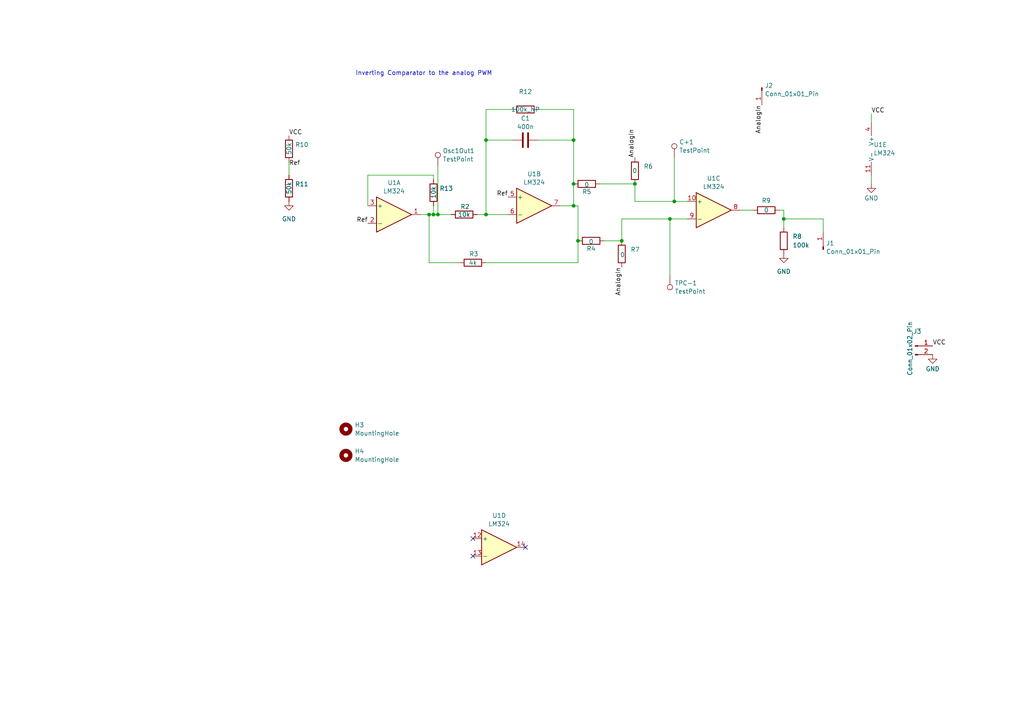
<source format=kicad_sch>
(kicad_sch
	(version 20231120)
	(generator "eeschema")
	(generator_version "8.0")
	(uuid "ca3f4581-2760-476b-ae38-fbfd5da505cf")
	(paper "A4")
	(lib_symbols
		(symbol "Amplifier_Operational:LM324"
			(pin_names
				(offset 0.127)
			)
			(exclude_from_sim no)
			(in_bom yes)
			(on_board yes)
			(property "Reference" "U"
				(at 0 5.08 0)
				(effects
					(font
						(size 1.27 1.27)
					)
					(justify left)
				)
			)
			(property "Value" "LM324"
				(at 0 -5.08 0)
				(effects
					(font
						(size 1.27 1.27)
					)
					(justify left)
				)
			)
			(property "Footprint" ""
				(at -1.27 2.54 0)
				(effects
					(font
						(size 1.27 1.27)
					)
					(hide yes)
				)
			)
			(property "Datasheet" "http://www.ti.com/lit/ds/symlink/lm2902-n.pdf"
				(at 1.27 5.08 0)
				(effects
					(font
						(size 1.27 1.27)
					)
					(hide yes)
				)
			)
			(property "Description" "Low-Power, Quad-Operational Amplifiers, DIP-14/SOIC-14/SSOP-14"
				(at 0 0 0)
				(effects
					(font
						(size 1.27 1.27)
					)
					(hide yes)
				)
			)
			(property "ki_locked" ""
				(at 0 0 0)
				(effects
					(font
						(size 1.27 1.27)
					)
				)
			)
			(property "ki_keywords" "quad opamp"
				(at 0 0 0)
				(effects
					(font
						(size 1.27 1.27)
					)
					(hide yes)
				)
			)
			(property "ki_fp_filters" "SOIC*3.9x8.7mm*P1.27mm* DIP*W7.62mm* TSSOP*4.4x5mm*P0.65mm* SSOP*5.3x6.2mm*P0.65mm* MSOP*3x3mm*P0.5mm*"
				(at 0 0 0)
				(effects
					(font
						(size 1.27 1.27)
					)
					(hide yes)
				)
			)
			(symbol "LM324_1_1"
				(polyline
					(pts
						(xy -5.08 5.08) (xy 5.08 0) (xy -5.08 -5.08) (xy -5.08 5.08)
					)
					(stroke
						(width 0.254)
						(type default)
					)
					(fill
						(type background)
					)
				)
				(pin output line
					(at 7.62 0 180)
					(length 2.54)
					(name "~"
						(effects
							(font
								(size 1.27 1.27)
							)
						)
					)
					(number "1"
						(effects
							(font
								(size 1.27 1.27)
							)
						)
					)
				)
				(pin input line
					(at -7.62 -2.54 0)
					(length 2.54)
					(name "-"
						(effects
							(font
								(size 1.27 1.27)
							)
						)
					)
					(number "2"
						(effects
							(font
								(size 1.27 1.27)
							)
						)
					)
				)
				(pin input line
					(at -7.62 2.54 0)
					(length 2.54)
					(name "+"
						(effects
							(font
								(size 1.27 1.27)
							)
						)
					)
					(number "3"
						(effects
							(font
								(size 1.27 1.27)
							)
						)
					)
				)
			)
			(symbol "LM324_2_1"
				(polyline
					(pts
						(xy -5.08 5.08) (xy 5.08 0) (xy -5.08 -5.08) (xy -5.08 5.08)
					)
					(stroke
						(width 0.254)
						(type default)
					)
					(fill
						(type background)
					)
				)
				(pin input line
					(at -7.62 2.54 0)
					(length 2.54)
					(name "+"
						(effects
							(font
								(size 1.27 1.27)
							)
						)
					)
					(number "5"
						(effects
							(font
								(size 1.27 1.27)
							)
						)
					)
				)
				(pin input line
					(at -7.62 -2.54 0)
					(length 2.54)
					(name "-"
						(effects
							(font
								(size 1.27 1.27)
							)
						)
					)
					(number "6"
						(effects
							(font
								(size 1.27 1.27)
							)
						)
					)
				)
				(pin output line
					(at 7.62 0 180)
					(length 2.54)
					(name "~"
						(effects
							(font
								(size 1.27 1.27)
							)
						)
					)
					(number "7"
						(effects
							(font
								(size 1.27 1.27)
							)
						)
					)
				)
			)
			(symbol "LM324_3_1"
				(polyline
					(pts
						(xy -5.08 5.08) (xy 5.08 0) (xy -5.08 -5.08) (xy -5.08 5.08)
					)
					(stroke
						(width 0.254)
						(type default)
					)
					(fill
						(type background)
					)
				)
				(pin input line
					(at -7.62 2.54 0)
					(length 2.54)
					(name "+"
						(effects
							(font
								(size 1.27 1.27)
							)
						)
					)
					(number "10"
						(effects
							(font
								(size 1.27 1.27)
							)
						)
					)
				)
				(pin output line
					(at 7.62 0 180)
					(length 2.54)
					(name "~"
						(effects
							(font
								(size 1.27 1.27)
							)
						)
					)
					(number "8"
						(effects
							(font
								(size 1.27 1.27)
							)
						)
					)
				)
				(pin input line
					(at -7.62 -2.54 0)
					(length 2.54)
					(name "-"
						(effects
							(font
								(size 1.27 1.27)
							)
						)
					)
					(number "9"
						(effects
							(font
								(size 1.27 1.27)
							)
						)
					)
				)
			)
			(symbol "LM324_4_1"
				(polyline
					(pts
						(xy -5.08 5.08) (xy 5.08 0) (xy -5.08 -5.08) (xy -5.08 5.08)
					)
					(stroke
						(width 0.254)
						(type default)
					)
					(fill
						(type background)
					)
				)
				(pin input line
					(at -7.62 2.54 0)
					(length 2.54)
					(name "+"
						(effects
							(font
								(size 1.27 1.27)
							)
						)
					)
					(number "12"
						(effects
							(font
								(size 1.27 1.27)
							)
						)
					)
				)
				(pin input line
					(at -7.62 -2.54 0)
					(length 2.54)
					(name "-"
						(effects
							(font
								(size 1.27 1.27)
							)
						)
					)
					(number "13"
						(effects
							(font
								(size 1.27 1.27)
							)
						)
					)
				)
				(pin output line
					(at 7.62 0 180)
					(length 2.54)
					(name "~"
						(effects
							(font
								(size 1.27 1.27)
							)
						)
					)
					(number "14"
						(effects
							(font
								(size 1.27 1.27)
							)
						)
					)
				)
			)
			(symbol "LM324_5_1"
				(pin power_in line
					(at -2.54 -7.62 90)
					(length 3.81)
					(name "V-"
						(effects
							(font
								(size 1.27 1.27)
							)
						)
					)
					(number "11"
						(effects
							(font
								(size 1.27 1.27)
							)
						)
					)
				)
				(pin power_in line
					(at -2.54 7.62 270)
					(length 3.81)
					(name "V+"
						(effects
							(font
								(size 1.27 1.27)
							)
						)
					)
					(number "4"
						(effects
							(font
								(size 1.27 1.27)
							)
						)
					)
				)
			)
		)
		(symbol "Connector:Conn_01x01_Pin"
			(pin_names
				(offset 1.016) hide)
			(exclude_from_sim no)
			(in_bom yes)
			(on_board yes)
			(property "Reference" "J"
				(at 0 2.54 0)
				(effects
					(font
						(size 1.27 1.27)
					)
				)
			)
			(property "Value" "Conn_01x01_Pin"
				(at 0 -2.54 0)
				(effects
					(font
						(size 1.27 1.27)
					)
				)
			)
			(property "Footprint" ""
				(at 0 0 0)
				(effects
					(font
						(size 1.27 1.27)
					)
					(hide yes)
				)
			)
			(property "Datasheet" "~"
				(at 0 0 0)
				(effects
					(font
						(size 1.27 1.27)
					)
					(hide yes)
				)
			)
			(property "Description" "Generic connector, single row, 01x01, script generated"
				(at 0 0 0)
				(effects
					(font
						(size 1.27 1.27)
					)
					(hide yes)
				)
			)
			(property "ki_locked" ""
				(at 0 0 0)
				(effects
					(font
						(size 1.27 1.27)
					)
				)
			)
			(property "ki_keywords" "connector"
				(at 0 0 0)
				(effects
					(font
						(size 1.27 1.27)
					)
					(hide yes)
				)
			)
			(property "ki_fp_filters" "Connector*:*_1x??_*"
				(at 0 0 0)
				(effects
					(font
						(size 1.27 1.27)
					)
					(hide yes)
				)
			)
			(symbol "Conn_01x01_Pin_1_1"
				(polyline
					(pts
						(xy 1.27 0) (xy 0.8636 0)
					)
					(stroke
						(width 0.1524)
						(type default)
					)
					(fill
						(type none)
					)
				)
				(rectangle
					(start 0.8636 0.127)
					(end 0 -0.127)
					(stroke
						(width 0.1524)
						(type default)
					)
					(fill
						(type outline)
					)
				)
				(pin passive line
					(at 5.08 0 180)
					(length 3.81)
					(name "Pin_1"
						(effects
							(font
								(size 1.27 1.27)
							)
						)
					)
					(number "1"
						(effects
							(font
								(size 1.27 1.27)
							)
						)
					)
				)
			)
		)
		(symbol "Connector:Conn_01x02_Pin"
			(pin_names
				(offset 1.016) hide)
			(exclude_from_sim no)
			(in_bom yes)
			(on_board yes)
			(property "Reference" "J"
				(at 0 2.54 0)
				(effects
					(font
						(size 1.27 1.27)
					)
				)
			)
			(property "Value" "Conn_01x02_Pin"
				(at 0 -5.08 0)
				(effects
					(font
						(size 1.27 1.27)
					)
				)
			)
			(property "Footprint" ""
				(at 0 0 0)
				(effects
					(font
						(size 1.27 1.27)
					)
					(hide yes)
				)
			)
			(property "Datasheet" "~"
				(at 0 0 0)
				(effects
					(font
						(size 1.27 1.27)
					)
					(hide yes)
				)
			)
			(property "Description" "Generic connector, single row, 01x02, script generated"
				(at 0 0 0)
				(effects
					(font
						(size 1.27 1.27)
					)
					(hide yes)
				)
			)
			(property "ki_locked" ""
				(at 0 0 0)
				(effects
					(font
						(size 1.27 1.27)
					)
				)
			)
			(property "ki_keywords" "connector"
				(at 0 0 0)
				(effects
					(font
						(size 1.27 1.27)
					)
					(hide yes)
				)
			)
			(property "ki_fp_filters" "Connector*:*_1x??_*"
				(at 0 0 0)
				(effects
					(font
						(size 1.27 1.27)
					)
					(hide yes)
				)
			)
			(symbol "Conn_01x02_Pin_1_1"
				(polyline
					(pts
						(xy 1.27 -2.54) (xy 0.8636 -2.54)
					)
					(stroke
						(width 0.1524)
						(type default)
					)
					(fill
						(type none)
					)
				)
				(polyline
					(pts
						(xy 1.27 0) (xy 0.8636 0)
					)
					(stroke
						(width 0.1524)
						(type default)
					)
					(fill
						(type none)
					)
				)
				(rectangle
					(start 0.8636 -2.413)
					(end 0 -2.667)
					(stroke
						(width 0.1524)
						(type default)
					)
					(fill
						(type outline)
					)
				)
				(rectangle
					(start 0.8636 0.127)
					(end 0 -0.127)
					(stroke
						(width 0.1524)
						(type default)
					)
					(fill
						(type outline)
					)
				)
				(pin passive line
					(at 5.08 0 180)
					(length 3.81)
					(name "Pin_1"
						(effects
							(font
								(size 1.27 1.27)
							)
						)
					)
					(number "1"
						(effects
							(font
								(size 1.27 1.27)
							)
						)
					)
				)
				(pin passive line
					(at 5.08 -2.54 180)
					(length 3.81)
					(name "Pin_2"
						(effects
							(font
								(size 1.27 1.27)
							)
						)
					)
					(number "2"
						(effects
							(font
								(size 1.27 1.27)
							)
						)
					)
				)
			)
		)
		(symbol "Connector:TestPoint"
			(pin_numbers hide)
			(pin_names
				(offset 0.762) hide)
			(exclude_from_sim no)
			(in_bom yes)
			(on_board yes)
			(property "Reference" "TP"
				(at 0 6.858 0)
				(effects
					(font
						(size 1.27 1.27)
					)
				)
			)
			(property "Value" "TestPoint"
				(at 0 5.08 0)
				(effects
					(font
						(size 1.27 1.27)
					)
				)
			)
			(property "Footprint" ""
				(at 5.08 0 0)
				(effects
					(font
						(size 1.27 1.27)
					)
					(hide yes)
				)
			)
			(property "Datasheet" "~"
				(at 5.08 0 0)
				(effects
					(font
						(size 1.27 1.27)
					)
					(hide yes)
				)
			)
			(property "Description" "test point"
				(at 0 0 0)
				(effects
					(font
						(size 1.27 1.27)
					)
					(hide yes)
				)
			)
			(property "ki_keywords" "test point tp"
				(at 0 0 0)
				(effects
					(font
						(size 1.27 1.27)
					)
					(hide yes)
				)
			)
			(property "ki_fp_filters" "Pin* Test*"
				(at 0 0 0)
				(effects
					(font
						(size 1.27 1.27)
					)
					(hide yes)
				)
			)
			(symbol "TestPoint_0_1"
				(circle
					(center 0 3.302)
					(radius 0.762)
					(stroke
						(width 0)
						(type default)
					)
					(fill
						(type none)
					)
				)
			)
			(symbol "TestPoint_1_1"
				(pin passive line
					(at 0 0 90)
					(length 2.54)
					(name "1"
						(effects
							(font
								(size 1.27 1.27)
							)
						)
					)
					(number "1"
						(effects
							(font
								(size 1.27 1.27)
							)
						)
					)
				)
			)
		)
		(symbol "Device:C"
			(pin_numbers hide)
			(pin_names
				(offset 0.254)
			)
			(exclude_from_sim no)
			(in_bom yes)
			(on_board yes)
			(property "Reference" "C"
				(at 0.635 2.54 0)
				(effects
					(font
						(size 1.27 1.27)
					)
					(justify left)
				)
			)
			(property "Value" "C"
				(at 0.635 -2.54 0)
				(effects
					(font
						(size 1.27 1.27)
					)
					(justify left)
				)
			)
			(property "Footprint" ""
				(at 0.9652 -3.81 0)
				(effects
					(font
						(size 1.27 1.27)
					)
					(hide yes)
				)
			)
			(property "Datasheet" "~"
				(at 0 0 0)
				(effects
					(font
						(size 1.27 1.27)
					)
					(hide yes)
				)
			)
			(property "Description" "Unpolarized capacitor"
				(at 0 0 0)
				(effects
					(font
						(size 1.27 1.27)
					)
					(hide yes)
				)
			)
			(property "ki_keywords" "cap capacitor"
				(at 0 0 0)
				(effects
					(font
						(size 1.27 1.27)
					)
					(hide yes)
				)
			)
			(property "ki_fp_filters" "C_*"
				(at 0 0 0)
				(effects
					(font
						(size 1.27 1.27)
					)
					(hide yes)
				)
			)
			(symbol "C_0_1"
				(polyline
					(pts
						(xy -2.032 -0.762) (xy 2.032 -0.762)
					)
					(stroke
						(width 0.508)
						(type default)
					)
					(fill
						(type none)
					)
				)
				(polyline
					(pts
						(xy -2.032 0.762) (xy 2.032 0.762)
					)
					(stroke
						(width 0.508)
						(type default)
					)
					(fill
						(type none)
					)
				)
			)
			(symbol "C_1_1"
				(pin passive line
					(at 0 3.81 270)
					(length 2.794)
					(name "~"
						(effects
							(font
								(size 1.27 1.27)
							)
						)
					)
					(number "1"
						(effects
							(font
								(size 1.27 1.27)
							)
						)
					)
				)
				(pin passive line
					(at 0 -3.81 90)
					(length 2.794)
					(name "~"
						(effects
							(font
								(size 1.27 1.27)
							)
						)
					)
					(number "2"
						(effects
							(font
								(size 1.27 1.27)
							)
						)
					)
				)
			)
		)
		(symbol "Device:R"
			(pin_numbers hide)
			(pin_names
				(offset 0)
			)
			(exclude_from_sim no)
			(in_bom yes)
			(on_board yes)
			(property "Reference" "R"
				(at 2.032 0 90)
				(effects
					(font
						(size 1.27 1.27)
					)
				)
			)
			(property "Value" "R"
				(at 0 0 90)
				(effects
					(font
						(size 1.27 1.27)
					)
				)
			)
			(property "Footprint" ""
				(at -1.778 0 90)
				(effects
					(font
						(size 1.27 1.27)
					)
					(hide yes)
				)
			)
			(property "Datasheet" "~"
				(at 0 0 0)
				(effects
					(font
						(size 1.27 1.27)
					)
					(hide yes)
				)
			)
			(property "Description" "Resistor"
				(at 0 0 0)
				(effects
					(font
						(size 1.27 1.27)
					)
					(hide yes)
				)
			)
			(property "ki_keywords" "R res resistor"
				(at 0 0 0)
				(effects
					(font
						(size 1.27 1.27)
					)
					(hide yes)
				)
			)
			(property "ki_fp_filters" "R_*"
				(at 0 0 0)
				(effects
					(font
						(size 1.27 1.27)
					)
					(hide yes)
				)
			)
			(symbol "R_0_1"
				(rectangle
					(start -1.016 -2.54)
					(end 1.016 2.54)
					(stroke
						(width 0.254)
						(type default)
					)
					(fill
						(type none)
					)
				)
			)
			(symbol "R_1_1"
				(pin passive line
					(at 0 3.81 270)
					(length 1.27)
					(name "~"
						(effects
							(font
								(size 1.27 1.27)
							)
						)
					)
					(number "1"
						(effects
							(font
								(size 1.27 1.27)
							)
						)
					)
				)
				(pin passive line
					(at 0 -3.81 90)
					(length 1.27)
					(name "~"
						(effects
							(font
								(size 1.27 1.27)
							)
						)
					)
					(number "2"
						(effects
							(font
								(size 1.27 1.27)
							)
						)
					)
				)
			)
		)
		(symbol "Mechanical:MountingHole"
			(pin_names
				(offset 1.016)
			)
			(exclude_from_sim yes)
			(in_bom no)
			(on_board yes)
			(property "Reference" "H"
				(at 0 5.08 0)
				(effects
					(font
						(size 1.27 1.27)
					)
				)
			)
			(property "Value" "MountingHole"
				(at 0 3.175 0)
				(effects
					(font
						(size 1.27 1.27)
					)
				)
			)
			(property "Footprint" ""
				(at 0 0 0)
				(effects
					(font
						(size 1.27 1.27)
					)
					(hide yes)
				)
			)
			(property "Datasheet" "~"
				(at 0 0 0)
				(effects
					(font
						(size 1.27 1.27)
					)
					(hide yes)
				)
			)
			(property "Description" "Mounting Hole without connection"
				(at 0 0 0)
				(effects
					(font
						(size 1.27 1.27)
					)
					(hide yes)
				)
			)
			(property "ki_keywords" "mounting hole"
				(at 0 0 0)
				(effects
					(font
						(size 1.27 1.27)
					)
					(hide yes)
				)
			)
			(property "ki_fp_filters" "MountingHole*"
				(at 0 0 0)
				(effects
					(font
						(size 1.27 1.27)
					)
					(hide yes)
				)
			)
			(symbol "MountingHole_0_1"
				(circle
					(center 0 0)
					(radius 1.27)
					(stroke
						(width 1.27)
						(type default)
					)
					(fill
						(type none)
					)
				)
			)
		)
		(symbol "power:GND"
			(power)
			(pin_numbers hide)
			(pin_names
				(offset 0) hide)
			(exclude_from_sim no)
			(in_bom yes)
			(on_board yes)
			(property "Reference" "#PWR"
				(at 0 -6.35 0)
				(effects
					(font
						(size 1.27 1.27)
					)
					(hide yes)
				)
			)
			(property "Value" "GND"
				(at 0 -3.81 0)
				(effects
					(font
						(size 1.27 1.27)
					)
				)
			)
			(property "Footprint" ""
				(at 0 0 0)
				(effects
					(font
						(size 1.27 1.27)
					)
					(hide yes)
				)
			)
			(property "Datasheet" ""
				(at 0 0 0)
				(effects
					(font
						(size 1.27 1.27)
					)
					(hide yes)
				)
			)
			(property "Description" "Power symbol creates a global label with name \"GND\" , ground"
				(at 0 0 0)
				(effects
					(font
						(size 1.27 1.27)
					)
					(hide yes)
				)
			)
			(property "ki_keywords" "global power"
				(at 0 0 0)
				(effects
					(font
						(size 1.27 1.27)
					)
					(hide yes)
				)
			)
			(symbol "GND_0_1"
				(polyline
					(pts
						(xy 0 0) (xy 0 -1.27) (xy 1.27 -1.27) (xy 0 -2.54) (xy -1.27 -1.27) (xy 0 -1.27)
					)
					(stroke
						(width 0)
						(type default)
					)
					(fill
						(type none)
					)
				)
			)
			(symbol "GND_1_1"
				(pin power_in line
					(at 0 0 270)
					(length 0)
					(name "~"
						(effects
							(font
								(size 1.27 1.27)
							)
						)
					)
					(number "1"
						(effects
							(font
								(size 1.27 1.27)
							)
						)
					)
				)
			)
		)
	)
	(junction
		(at 125.73 62.23)
		(diameter 0)
		(color 0 0 0 0)
		(uuid "0db27556-5c16-4054-ad04-93720a58c187")
	)
	(junction
		(at 140.97 40.64)
		(diameter 0)
		(color 0 0 0 0)
		(uuid "18cc12de-3771-4f0e-be08-a60233e477eb")
	)
	(junction
		(at 194.31 63.5)
		(diameter 0)
		(color 0 0 0 0)
		(uuid "36d5f3be-27e8-440f-af32-792d8c254118")
	)
	(junction
		(at 227.33 63.5)
		(diameter 0)
		(color 0 0 0 0)
		(uuid "39bf759e-14ac-41d1-8b72-a3068e4d1e0c")
	)
	(junction
		(at 127 62.23)
		(diameter 0)
		(color 0 0 0 0)
		(uuid "5724ba61-f743-4210-a7af-d0b4fbb8e590")
	)
	(junction
		(at 166.37 53.34)
		(diameter 0)
		(color 0 0 0 0)
		(uuid "614f1fd4-45a9-4c0d-b4fd-e8e7d3b0e591")
	)
	(junction
		(at 124.46 62.23)
		(diameter 0)
		(color 0 0 0 0)
		(uuid "6682e064-19e2-457c-b869-dfa76eaaa97a")
	)
	(junction
		(at 166.37 59.69)
		(diameter 0)
		(color 0 0 0 0)
		(uuid "8754912d-2f95-4db6-b42d-be0d6db31d4c")
	)
	(junction
		(at 167.64 69.85)
		(diameter 0)
		(color 0 0 0 0)
		(uuid "8a244610-857d-4395-bb48-9174860572ae")
	)
	(junction
		(at 140.97 62.23)
		(diameter 0)
		(color 0 0 0 0)
		(uuid "9ec9dd25-f2c4-4eff-8e3f-9178607f55fc")
	)
	(junction
		(at 195.58 58.42)
		(diameter 0)
		(color 0 0 0 0)
		(uuid "bc8fd089-24bd-4bd9-9b54-1b4b309ce1d2")
	)
	(junction
		(at 166.37 40.64)
		(diameter 0)
		(color 0 0 0 0)
		(uuid "bffd9477-b6d8-40c7-8b9c-85015e14c96f")
	)
	(junction
		(at 184.15 53.34)
		(diameter 0)
		(color 0 0 0 0)
		(uuid "e73c9997-79d9-40ee-8c94-5d6cc1f1da33")
	)
	(junction
		(at 180.34 69.85)
		(diameter 0)
		(color 0 0 0 0)
		(uuid "ef79f28e-6775-43a0-9f90-bc39bff637a9")
	)
	(no_connect
		(at 137.16 161.29)
		(uuid "7857ef4c-8b33-46c5-8d0d-de08286953bb")
	)
	(no_connect
		(at 152.4 158.75)
		(uuid "82d21f32-1ea8-4243-a15f-f523c3355a46")
	)
	(no_connect
		(at 137.16 156.21)
		(uuid "8ab0b82f-8fce-48fa-bacb-2403762c9d50")
	)
	(wire
		(pts
			(xy 167.64 69.85) (xy 167.64 59.69)
		)
		(stroke
			(width 0)
			(type default)
		)
		(uuid "09b843e6-b096-4f96-996b-9748a8953b25")
	)
	(wire
		(pts
			(xy 167.64 59.69) (xy 166.37 59.69)
		)
		(stroke
			(width 0)
			(type default)
		)
		(uuid "0bf326fe-8926-41f1-a603-8c388538138c")
	)
	(wire
		(pts
			(xy 140.97 40.64) (xy 148.59 40.64)
		)
		(stroke
			(width 0)
			(type default)
		)
		(uuid "11d81ec3-72c0-4628-9aeb-3915ec8de1af")
	)
	(wire
		(pts
			(xy 180.34 69.85) (xy 180.34 63.5)
		)
		(stroke
			(width 0)
			(type default)
		)
		(uuid "13824bd5-6047-44d0-9abc-4edd171ad52a")
	)
	(wire
		(pts
			(xy 166.37 53.34) (xy 166.37 59.69)
		)
		(stroke
			(width 0)
			(type default)
		)
		(uuid "139d65a0-1b77-4961-9f09-1ad18836264f")
	)
	(wire
		(pts
			(xy 227.33 63.5) (xy 238.76 63.5)
		)
		(stroke
			(width 0)
			(type default)
		)
		(uuid "165f8505-6be4-46d7-887c-869aa13367a8")
	)
	(wire
		(pts
			(xy 167.64 76.2) (xy 167.64 69.85)
		)
		(stroke
			(width 0)
			(type default)
		)
		(uuid "2526acf3-b189-49b4-b6d5-510fa5480094")
	)
	(wire
		(pts
			(xy 106.68 50.8) (xy 125.73 50.8)
		)
		(stroke
			(width 0)
			(type default)
		)
		(uuid "29faefec-0394-4a61-b8a2-1915ceb3b5a2")
	)
	(wire
		(pts
			(xy 127 48.26) (xy 127 62.23)
		)
		(stroke
			(width 0)
			(type default)
		)
		(uuid "2a614168-d0a9-4cad-8167-f1ede648d664")
	)
	(wire
		(pts
			(xy 173.99 53.34) (xy 184.15 53.34)
		)
		(stroke
			(width 0)
			(type default)
		)
		(uuid "2c47ed89-4ea1-42f8-ab9f-15b922e4cfc7")
	)
	(wire
		(pts
			(xy 125.73 62.23) (xy 127 62.23)
		)
		(stroke
			(width 0)
			(type default)
		)
		(uuid "35acd044-77c1-4dac-8b55-0915414dcc0a")
	)
	(wire
		(pts
			(xy 138.43 62.23) (xy 140.97 62.23)
		)
		(stroke
			(width 0)
			(type default)
		)
		(uuid "37c8d33d-fb7b-451e-92b9-c9372c65934a")
	)
	(wire
		(pts
			(xy 140.97 31.75) (xy 140.97 40.64)
		)
		(stroke
			(width 0)
			(type default)
		)
		(uuid "3f94798c-8e20-49a0-a9a5-301c535c6514")
	)
	(wire
		(pts
			(xy 124.46 62.23) (xy 124.46 76.2)
		)
		(stroke
			(width 0)
			(type default)
		)
		(uuid "45e61d8b-1a04-4ada-87a5-161cfba7ca24")
	)
	(wire
		(pts
			(xy 252.73 53.34) (xy 252.73 50.8)
		)
		(stroke
			(width 0)
			(type default)
		)
		(uuid "4a176f2c-710b-4439-8878-c390818a5540")
	)
	(wire
		(pts
			(xy 148.59 31.75) (xy 140.97 31.75)
		)
		(stroke
			(width 0)
			(type default)
		)
		(uuid "50058bec-2662-4f94-986a-8a181c2d6324")
	)
	(wire
		(pts
			(xy 227.33 60.96) (xy 227.33 63.5)
		)
		(stroke
			(width 0)
			(type default)
		)
		(uuid "593d9c5a-327d-421d-94eb-1a2bcb77c4ad")
	)
	(wire
		(pts
			(xy 194.31 63.5) (xy 194.31 80.01)
		)
		(stroke
			(width 0)
			(type default)
		)
		(uuid "5cb4c498-67cc-43d4-8ee3-9b998639ac21")
	)
	(wire
		(pts
			(xy 156.21 31.75) (xy 166.37 31.75)
		)
		(stroke
			(width 0)
			(type default)
		)
		(uuid "5d3c6ea9-fc36-44f3-a430-0cc01ee84bb1")
	)
	(wire
		(pts
			(xy 194.31 63.5) (xy 199.39 63.5)
		)
		(stroke
			(width 0)
			(type default)
		)
		(uuid "5fadd854-ee46-478d-9544-5909f15bfde6")
	)
	(wire
		(pts
			(xy 121.92 62.23) (xy 124.46 62.23)
		)
		(stroke
			(width 0)
			(type default)
		)
		(uuid "620dca51-8c32-421a-86a2-152b032e1c7d")
	)
	(wire
		(pts
			(xy 140.97 76.2) (xy 167.64 76.2)
		)
		(stroke
			(width 0)
			(type default)
		)
		(uuid "6dbe8e2b-63bb-4cae-8b0f-26432dffb269")
	)
	(wire
		(pts
			(xy 124.46 76.2) (xy 133.35 76.2)
		)
		(stroke
			(width 0)
			(type default)
		)
		(uuid "7305fff6-28d3-4735-af0e-9386de79e3d6")
	)
	(wire
		(pts
			(xy 125.73 59.69) (xy 125.73 62.23)
		)
		(stroke
			(width 0)
			(type default)
		)
		(uuid "7513e095-29fe-4544-9981-7eee89b53856")
	)
	(wire
		(pts
			(xy 166.37 31.75) (xy 166.37 40.64)
		)
		(stroke
			(width 0)
			(type default)
		)
		(uuid "7dcd2812-4a85-40b0-b57e-2ffd75ea754d")
	)
	(wire
		(pts
			(xy 166.37 59.69) (xy 162.56 59.69)
		)
		(stroke
			(width 0)
			(type default)
		)
		(uuid "8cf6793e-bf83-4311-b8dc-85788c7427ad")
	)
	(wire
		(pts
			(xy 238.76 63.5) (xy 238.76 67.31)
		)
		(stroke
			(width 0)
			(type default)
		)
		(uuid "8fc7b989-87d8-4840-8c8a-3e1eaa6abbd5")
	)
	(wire
		(pts
			(xy 227.33 63.5) (xy 227.33 66.04)
		)
		(stroke
			(width 0)
			(type default)
		)
		(uuid "927e57e1-a0eb-4281-8fdf-1377ccf98815")
	)
	(wire
		(pts
			(xy 180.34 63.5) (xy 194.31 63.5)
		)
		(stroke
			(width 0)
			(type default)
		)
		(uuid "93476250-a7c9-4bf6-a957-8fbb4acdbb0b")
	)
	(wire
		(pts
			(xy 166.37 40.64) (xy 166.37 53.34)
		)
		(stroke
			(width 0)
			(type default)
		)
		(uuid "93e147e0-00d5-4d97-aee1-fac22776e297")
	)
	(wire
		(pts
			(xy 106.68 59.69) (xy 106.68 50.8)
		)
		(stroke
			(width 0)
			(type default)
		)
		(uuid "96a597e2-855c-4078-a5c7-bb79074aed52")
	)
	(wire
		(pts
			(xy 124.46 62.23) (xy 125.73 62.23)
		)
		(stroke
			(width 0)
			(type default)
		)
		(uuid "ae41f733-a567-4f93-94ab-215834d95c0c")
	)
	(wire
		(pts
			(xy 125.73 50.8) (xy 125.73 52.07)
		)
		(stroke
			(width 0)
			(type default)
		)
		(uuid "afb92a68-df22-45fd-a15b-af841685fb4f")
	)
	(wire
		(pts
			(xy 127 62.23) (xy 130.81 62.23)
		)
		(stroke
			(width 0)
			(type default)
		)
		(uuid "b520125f-c9dc-434a-8c35-2bacb735cb2e")
	)
	(wire
		(pts
			(xy 184.15 58.42) (xy 195.58 58.42)
		)
		(stroke
			(width 0)
			(type default)
		)
		(uuid "b98a1b6a-0815-442b-92f2-232bd346c1d0")
	)
	(wire
		(pts
			(xy 184.15 53.34) (xy 184.15 58.42)
		)
		(stroke
			(width 0)
			(type default)
		)
		(uuid "c1adf011-ffce-44b4-9eaa-bbe395af838f")
	)
	(wire
		(pts
			(xy 252.73 33.02) (xy 252.73 35.56)
		)
		(stroke
			(width 0)
			(type default)
		)
		(uuid "d7ef8253-2f80-4191-ae6d-621cefa5aa4d")
	)
	(wire
		(pts
			(xy 140.97 40.64) (xy 140.97 62.23)
		)
		(stroke
			(width 0)
			(type default)
		)
		(uuid "d893856a-60a9-4b4d-8c97-50979db82c3e")
	)
	(wire
		(pts
			(xy 156.21 40.64) (xy 166.37 40.64)
		)
		(stroke
			(width 0)
			(type default)
		)
		(uuid "e214d87a-a820-4256-a729-3732bfc7b13f")
	)
	(wire
		(pts
			(xy 195.58 58.42) (xy 199.39 58.42)
		)
		(stroke
			(width 0)
			(type default)
		)
		(uuid "e3a7c5a1-1370-4340-be03-e51f8fa1204d")
	)
	(wire
		(pts
			(xy 214.63 60.96) (xy 218.44 60.96)
		)
		(stroke
			(width 0)
			(type default)
		)
		(uuid "e6a1945e-b553-4bf5-9bef-12a22dd7a26c")
	)
	(wire
		(pts
			(xy 226.06 60.96) (xy 227.33 60.96)
		)
		(stroke
			(width 0)
			(type default)
		)
		(uuid "f0f79d0a-19b4-4ff1-99de-cd365a502324")
	)
	(wire
		(pts
			(xy 140.97 62.23) (xy 147.32 62.23)
		)
		(stroke
			(width 0)
			(type default)
		)
		(uuid "f43bdf19-d9f4-4496-b9c0-481c6abe04f4")
	)
	(wire
		(pts
			(xy 83.82 46.99) (xy 83.82 50.8)
		)
		(stroke
			(width 0)
			(type default)
		)
		(uuid "f500c540-451b-4486-a592-68ad2fefcfda")
	)
	(wire
		(pts
			(xy 175.26 69.85) (xy 180.34 69.85)
		)
		(stroke
			(width 0)
			(type default)
		)
		(uuid "f7db6697-ff95-4cd1-86fd-7a26737861b1")
	)
	(wire
		(pts
			(xy 195.58 45.72) (xy 195.58 58.42)
		)
		(stroke
			(width 0)
			(type default)
		)
		(uuid "fa172df7-d038-489e-8342-acb74816c11b")
	)
	(text "Inverting Comparator to the analog PWM"
		(exclude_from_sim no)
		(at 122.936 21.336 0)
		(effects
			(font
				(size 1.27 1.27)
			)
		)
		(uuid "179ab7ac-a29a-4d80-9b8d-b50e8cf84620")
	)
	(label "Ref"
		(at 147.32 57.15 180)
		(fields_autoplaced yes)
		(effects
			(font
				(size 1.27 1.27)
			)
			(justify right bottom)
		)
		(uuid "08713c15-82b6-4ca8-80f9-04b1b4a25331")
	)
	(label "Ref"
		(at 83.82 48.26 0)
		(fields_autoplaced yes)
		(effects
			(font
				(size 1.27 1.27)
			)
			(justify left bottom)
		)
		(uuid "14bea292-15c4-4ac8-afb8-03974d416653")
	)
	(label "AnalogIn"
		(at 220.98 30.48 270)
		(fields_autoplaced yes)
		(effects
			(font
				(size 1.27 1.27)
			)
			(justify right bottom)
		)
		(uuid "15017068-13e3-4831-a507-5e44df14ecb2")
	)
	(label "AnalogIn"
		(at 180.34 77.47 270)
		(fields_autoplaced yes)
		(effects
			(font
				(size 1.27 1.27)
			)
			(justify right bottom)
		)
		(uuid "3b1a5f2b-05f4-452a-bdff-fbd30b7d8f7e")
	)
	(label "VCC"
		(at 83.82 39.37 0)
		(fields_autoplaced yes)
		(effects
			(font
				(size 1.27 1.27)
			)
			(justify left bottom)
		)
		(uuid "884c1ab3-fad8-40f8-b861-ea0260aa1476")
	)
	(label "VCC"
		(at 270.51 100.33 0)
		(fields_autoplaced yes)
		(effects
			(font
				(size 1.27 1.27)
			)
			(justify left bottom)
		)
		(uuid "bc00ed3f-a332-4aeb-b47c-22b863c0dac6")
	)
	(label "VCC"
		(at 252.73 33.02 0)
		(fields_autoplaced yes)
		(effects
			(font
				(size 1.27 1.27)
			)
			(justify left bottom)
		)
		(uuid "bc37d484-2349-4f6a-a01c-e65ac01d95c0")
	)
	(label "Ref"
		(at 106.68 64.77 180)
		(fields_autoplaced yes)
		(effects
			(font
				(size 1.27 1.27)
			)
			(justify right bottom)
		)
		(uuid "cce64687-f5af-4316-939b-f7fa8d1653ad")
	)
	(label "AnalogIn"
		(at 184.15 45.72 90)
		(fields_autoplaced yes)
		(effects
			(font
				(size 1.27 1.27)
			)
			(justify left bottom)
		)
		(uuid "f5238b00-b551-4904-b465-c0aae7962b07")
	)
	(symbol
		(lib_id "Connector:Conn_01x02_Pin")
		(at 265.43 100.33 0)
		(unit 1)
		(exclude_from_sim no)
		(in_bom yes)
		(on_board yes)
		(dnp no)
		(uuid "00350895-f390-4b21-b6e8-9afc13c40066")
		(property "Reference" "J3"
			(at 266.065 96.1093 0)
			(effects
				(font
					(size 1.27 1.27)
				)
			)
		)
		(property "Value" "Conn_01x02_Pin"
			(at 263.906 101.092 90)
			(effects
				(font
					(size 1.27 1.27)
				)
			)
		)
		(property "Footprint" "Connector_PinHeader_2.54mm:PinHeader_1x02_P2.54mm_Vertical"
			(at 265.43 100.33 0)
			(effects
				(font
					(size 1.27 1.27)
				)
				(hide yes)
			)
		)
		(property "Datasheet" "~"
			(at 265.43 100.33 0)
			(effects
				(font
					(size 1.27 1.27)
				)
				(hide yes)
			)
		)
		(property "Description" "Generic connector, single row, 01x02, script generated"
			(at 265.43 100.33 0)
			(effects
				(font
					(size 1.27 1.27)
				)
				(hide yes)
			)
		)
		(pin "1"
			(uuid "ca4b612c-0cfa-4efe-8b5c-756f67d35348")
		)
		(pin "2"
			(uuid "e74a34d8-ec49-42fa-8046-919665fe5361")
		)
		(instances
			(project ""
				(path "/ca3f4581-2760-476b-ae38-fbfd5da505cf"
					(reference "J3")
					(unit 1)
				)
			)
		)
	)
	(symbol
		(lib_id "Connector:TestPoint")
		(at 195.58 45.72 0)
		(unit 1)
		(exclude_from_sim no)
		(in_bom yes)
		(on_board yes)
		(dnp no)
		(fields_autoplaced yes)
		(uuid "023d17c8-fa6b-4b60-9b32-e34b0b1b64b5")
		(property "Reference" "C+1"
			(at 196.977 41.2058 0)
			(effects
				(font
					(size 1.27 1.27)
				)
				(justify left)
			)
		)
		(property "Value" "TestPoint"
			(at 196.977 43.6301 0)
			(effects
				(font
					(size 1.27 1.27)
				)
				(justify left)
			)
		)
		(property "Footprint" "TestPoint:TestPoint_Loop_D2.60mm_Drill0.9mm_Beaded"
			(at 200.66 45.72 0)
			(effects
				(font
					(size 1.27 1.27)
				)
				(hide yes)
			)
		)
		(property "Datasheet" "~"
			(at 200.66 45.72 0)
			(effects
				(font
					(size 1.27 1.27)
				)
				(hide yes)
			)
		)
		(property "Description" "test point"
			(at 195.58 45.72 0)
			(effects
				(font
					(size 1.27 1.27)
				)
				(hide yes)
			)
		)
		(pin "1"
			(uuid "8075ec3e-59c5-4cec-a1e2-e83575124956")
		)
		(instances
			(project "PWMPedalDriver"
				(path "/ca3f4581-2760-476b-ae38-fbfd5da505cf"
					(reference "C+1")
					(unit 1)
				)
			)
		)
	)
	(symbol
		(lib_id "Device:R")
		(at 137.16 76.2 90)
		(unit 1)
		(exclude_from_sim no)
		(in_bom yes)
		(on_board yes)
		(dnp no)
		(uuid "2203d4fe-c69d-496c-88dc-385b30b1c822")
		(property "Reference" "R3"
			(at 137.414 73.66 90)
			(effects
				(font
					(size 1.27 1.27)
				)
			)
		)
		(property "Value" "4k"
			(at 137.16 76.2 90)
			(effects
				(font
					(size 1.27 1.27)
				)
			)
		)
		(property "Footprint" "Resistor_SMD:R_0402_1005Metric_Pad0.72x0.64mm_HandSolder"
			(at 137.16 77.978 90)
			(effects
				(font
					(size 1.27 1.27)
				)
				(hide yes)
			)
		)
		(property "Datasheet" "~"
			(at 137.16 76.2 0)
			(effects
				(font
					(size 1.27 1.27)
				)
				(hide yes)
			)
		)
		(property "Description" "Resistor"
			(at 137.16 76.2 0)
			(effects
				(font
					(size 1.27 1.27)
				)
				(hide yes)
			)
		)
		(pin "2"
			(uuid "ab04c0da-984d-4d73-b182-4ca4bbc1dea5")
		)
		(pin "1"
			(uuid "6e0196ae-21ab-4f18-9a7b-815ef4f2633d")
		)
		(instances
			(project ""
				(path "/ca3f4581-2760-476b-ae38-fbfd5da505cf"
					(reference "R3")
					(unit 1)
				)
			)
		)
	)
	(symbol
		(lib_id "Connector:Conn_01x01_Pin")
		(at 220.98 25.4 270)
		(unit 1)
		(exclude_from_sim no)
		(in_bom yes)
		(on_board yes)
		(dnp no)
		(fields_autoplaced yes)
		(uuid "226a6f96-53de-4e39-89f8-e3a424b2b152")
		(property "Reference" "J2"
			(at 221.8182 24.8228 90)
			(effects
				(font
					(size 1.27 1.27)
				)
				(justify left)
			)
		)
		(property "Value" "Conn_01x01_Pin"
			(at 221.8182 27.2471 90)
			(effects
				(font
					(size 1.27 1.27)
				)
				(justify left)
			)
		)
		(property "Footprint" "Connector_PinHeader_2.54mm:PinHeader_1x01_P2.54mm_Vertical"
			(at 220.98 25.4 0)
			(effects
				(font
					(size 1.27 1.27)
				)
				(hide yes)
			)
		)
		(property "Datasheet" "~"
			(at 220.98 25.4 0)
			(effects
				(font
					(size 1.27 1.27)
				)
				(hide yes)
			)
		)
		(property "Description" "Generic connector, single row, 01x01, script generated"
			(at 220.98 25.4 0)
			(effects
				(font
					(size 1.27 1.27)
				)
				(hide yes)
			)
		)
		(pin "1"
			(uuid "fa544c25-a5ce-416e-bbd8-7fc8a108b759")
		)
		(instances
			(project "PWMPedalDriver"
				(path "/ca3f4581-2760-476b-ae38-fbfd5da505cf"
					(reference "J2")
					(unit 1)
				)
			)
		)
	)
	(symbol
		(lib_id "Device:R")
		(at 83.82 43.18 0)
		(unit 1)
		(exclude_from_sim no)
		(in_bom yes)
		(on_board yes)
		(dnp no)
		(uuid "26f115ec-9954-4a5b-94db-8af86a9dffde")
		(property "Reference" "R10"
			(at 85.598 41.9678 0)
			(effects
				(font
					(size 1.27 1.27)
				)
				(justify left)
			)
		)
		(property "Value" "50k"
			(at 83.82 44.958 90)
			(effects
				(font
					(size 1.27 1.27)
				)
				(justify left)
			)
		)
		(property "Footprint" "Resistor_SMD:R_0402_1005Metric_Pad0.72x0.64mm_HandSolder"
			(at 82.042 43.18 90)
			(effects
				(font
					(size 1.27 1.27)
				)
				(hide yes)
			)
		)
		(property "Datasheet" "~"
			(at 83.82 43.18 0)
			(effects
				(font
					(size 1.27 1.27)
				)
				(hide yes)
			)
		)
		(property "Description" "Resistor"
			(at 83.82 43.18 0)
			(effects
				(font
					(size 1.27 1.27)
				)
				(hide yes)
			)
		)
		(pin "1"
			(uuid "a1d57e56-2308-4f2a-9287-a18a475192f1")
		)
		(pin "2"
			(uuid "01122585-aba0-48d8-9a48-e2ef0ad044f7")
		)
		(instances
			(project ""
				(path "/ca3f4581-2760-476b-ae38-fbfd5da505cf"
					(reference "R10")
					(unit 1)
				)
			)
		)
	)
	(symbol
		(lib_id "power:GND")
		(at 252.73 53.34 0)
		(unit 1)
		(exclude_from_sim no)
		(in_bom yes)
		(on_board yes)
		(dnp no)
		(fields_autoplaced yes)
		(uuid "37860cb6-87b9-4181-a8ef-b51aad890b35")
		(property "Reference" "#PWR01"
			(at 252.73 59.69 0)
			(effects
				(font
					(size 1.27 1.27)
				)
				(hide yes)
			)
		)
		(property "Value" "GND"
			(at 252.73 57.4731 0)
			(effects
				(font
					(size 1.27 1.27)
				)
			)
		)
		(property "Footprint" ""
			(at 252.73 53.34 0)
			(effects
				(font
					(size 1.27 1.27)
				)
				(hide yes)
			)
		)
		(property "Datasheet" ""
			(at 252.73 53.34 0)
			(effects
				(font
					(size 1.27 1.27)
				)
				(hide yes)
			)
		)
		(property "Description" "Power symbol creates a global label with name \"GND\" , ground"
			(at 252.73 53.34 0)
			(effects
				(font
					(size 1.27 1.27)
				)
				(hide yes)
			)
		)
		(pin "1"
			(uuid "7f3820f2-9d83-4548-8988-7f6f0d659705")
		)
		(instances
			(project ""
				(path "/ca3f4581-2760-476b-ae38-fbfd5da505cf"
					(reference "#PWR01")
					(unit 1)
				)
			)
		)
	)
	(symbol
		(lib_id "Amplifier_Operational:LM324")
		(at 255.27 43.18 0)
		(unit 5)
		(exclude_from_sim no)
		(in_bom yes)
		(on_board yes)
		(dnp no)
		(fields_autoplaced yes)
		(uuid "382a7a27-e955-4fe4-b491-e060c99bd683")
		(property "Reference" "U1"
			(at 253.365 41.9678 0)
			(effects
				(font
					(size 1.27 1.27)
				)
				(justify left)
			)
		)
		(property "Value" "LM324"
			(at 253.365 44.3921 0)
			(effects
				(font
					(size 1.27 1.27)
				)
				(justify left)
			)
		)
		(property "Footprint" "Package_SO:SOIC-14_3.9x8.7mm_P1.27mm"
			(at 254 40.64 0)
			(effects
				(font
					(size 1.27 1.27)
				)
				(hide yes)
			)
		)
		(property "Datasheet" "http://www.ti.com/lit/ds/symlink/lm2902-n.pdf"
			(at 256.54 38.1 0)
			(effects
				(font
					(size 1.27 1.27)
				)
				(hide yes)
			)
		)
		(property "Description" "Low-Power, Quad-Operational Amplifiers, DIP-14/SOIC-14/SSOP-14"
			(at 255.27 43.18 0)
			(effects
				(font
					(size 1.27 1.27)
				)
				(hide yes)
			)
		)
		(pin "2"
			(uuid "e1db1fc1-91bb-454f-8528-914b66fbba73")
		)
		(pin "6"
			(uuid "ac48eceb-4341-40ee-a167-a2078365a8d8")
		)
		(pin "5"
			(uuid "4cf27f83-44e6-44cb-b84e-feef7b56921b")
		)
		(pin "10"
			(uuid "3e795dc2-0e7d-42b2-9a3b-22333fb54a4e")
		)
		(pin "7"
			(uuid "b00de3f4-46ce-43bb-9cd4-68b6479220f5")
		)
		(pin "13"
			(uuid "06bbd401-05d2-464e-981f-4761a0d118ec")
		)
		(pin "4"
			(uuid "82f9ef74-dc0d-40dd-a8ac-bf07807dd35d")
		)
		(pin "3"
			(uuid "5a69eff9-9924-44d4-bfee-908253766a08")
		)
		(pin "12"
			(uuid "4026795d-545b-4b0a-980c-4da75c777357")
		)
		(pin "9"
			(uuid "beb823c5-debe-4151-be0b-354fc567d747")
		)
		(pin "1"
			(uuid "d786011d-2af0-447a-a2d4-2ac3d6e41bf1")
		)
		(pin "8"
			(uuid "16f4161c-c64e-424f-a7b0-15623ac2167f")
		)
		(pin "11"
			(uuid "11b5895a-9cba-4e9d-a811-8030c94ee715")
		)
		(pin "14"
			(uuid "8516e2d4-1eeb-43a5-90b3-c23c3ed688d4")
		)
		(instances
			(project ""
				(path "/ca3f4581-2760-476b-ae38-fbfd5da505cf"
					(reference "U1")
					(unit 5)
				)
			)
		)
	)
	(symbol
		(lib_id "Device:R")
		(at 180.34 73.66 0)
		(unit 1)
		(exclude_from_sim no)
		(in_bom yes)
		(on_board yes)
		(dnp no)
		(uuid "45ff2719-f868-450b-a40d-ebcbbd6c0914")
		(property "Reference" "R7"
			(at 182.88 72.3899 0)
			(effects
				(font
					(size 1.27 1.27)
				)
				(justify left)
			)
		)
		(property "Value" "0"
			(at 179.832 73.914 0)
			(effects
				(font
					(size 1.27 1.27)
				)
				(justify left)
			)
		)
		(property "Footprint" "Resistor_SMD:R_0402_1005Metric_Pad0.72x0.64mm_HandSolder"
			(at 178.562 73.66 90)
			(effects
				(font
					(size 1.27 1.27)
				)
				(hide yes)
			)
		)
		(property "Datasheet" "~"
			(at 180.34 73.66 0)
			(effects
				(font
					(size 1.27 1.27)
				)
				(hide yes)
			)
		)
		(property "Description" "Resistor"
			(at 180.34 73.66 0)
			(effects
				(font
					(size 1.27 1.27)
				)
				(hide yes)
			)
		)
		(pin "1"
			(uuid "2a1cc9ac-facb-40ea-8b57-c0e588800f61")
		)
		(pin "2"
			(uuid "a508a4bf-5c0d-4dcc-85ad-53c8827a9906")
		)
		(instances
			(project "PWMPedalDriver"
				(path "/ca3f4581-2760-476b-ae38-fbfd5da505cf"
					(reference "R7")
					(unit 1)
				)
			)
		)
	)
	(symbol
		(lib_id "Mechanical:MountingHole")
		(at 100.33 124.46 0)
		(unit 1)
		(exclude_from_sim yes)
		(in_bom no)
		(on_board yes)
		(dnp no)
		(fields_autoplaced yes)
		(uuid "46bc4452-6ff4-44ac-825a-cbbfbd331802")
		(property "Reference" "H3"
			(at 102.87 123.2478 0)
			(effects
				(font
					(size 1.27 1.27)
				)
				(justify left)
			)
		)
		(property "Value" "MountingHole"
			(at 102.87 125.6721 0)
			(effects
				(font
					(size 1.27 1.27)
				)
				(justify left)
			)
		)
		(property "Footprint" "MountingHole:MountingHole_3.2mm_M3"
			(at 100.33 124.46 0)
			(effects
				(font
					(size 1.27 1.27)
				)
				(hide yes)
			)
		)
		(property "Datasheet" "~"
			(at 100.33 124.46 0)
			(effects
				(font
					(size 1.27 1.27)
				)
				(hide yes)
			)
		)
		(property "Description" "Mounting Hole without connection"
			(at 100.33 124.46 0)
			(effects
				(font
					(size 1.27 1.27)
				)
				(hide yes)
			)
		)
		(instances
			(project "PWMPedalDriver"
				(path "/ca3f4581-2760-476b-ae38-fbfd5da505cf"
					(reference "H3")
					(unit 1)
				)
			)
		)
	)
	(symbol
		(lib_id "Device:R")
		(at 170.18 53.34 90)
		(unit 1)
		(exclude_from_sim no)
		(in_bom yes)
		(on_board yes)
		(dnp no)
		(uuid "47bba0a8-1ef0-43bb-b92a-f7204f796f62")
		(property "Reference" "R5"
			(at 170.18 55.626 90)
			(effects
				(font
					(size 1.27 1.27)
				)
			)
		)
		(property "Value" "0"
			(at 170.18 53.594 90)
			(effects
				(font
					(size 1.27 1.27)
				)
			)
		)
		(property "Footprint" "Resistor_SMD:R_0402_1005Metric_Pad0.72x0.64mm_HandSolder"
			(at 170.18 55.118 90)
			(effects
				(font
					(size 1.27 1.27)
				)
				(hide yes)
			)
		)
		(property "Datasheet" "~"
			(at 170.18 53.34 0)
			(effects
				(font
					(size 1.27 1.27)
				)
				(hide yes)
			)
		)
		(property "Description" "Resistor"
			(at 170.18 53.34 0)
			(effects
				(font
					(size 1.27 1.27)
				)
				(hide yes)
			)
		)
		(pin "2"
			(uuid "ee22f997-f5b8-499f-9b98-d57bcf1b1915")
		)
		(pin "1"
			(uuid "d04a06f1-ff3e-4cd6-923e-9af4f408202e")
		)
		(instances
			(project "PWMPedalDriver"
				(path "/ca3f4581-2760-476b-ae38-fbfd5da505cf"
					(reference "R5")
					(unit 1)
				)
			)
		)
	)
	(symbol
		(lib_id "Amplifier_Operational:LM324")
		(at 114.3 62.23 0)
		(unit 1)
		(exclude_from_sim no)
		(in_bom yes)
		(on_board yes)
		(dnp no)
		(fields_autoplaced yes)
		(uuid "4cd980fc-73f5-4c98-8b46-af3e1729c280")
		(property "Reference" "U1"
			(at 114.3 53.0055 0)
			(effects
				(font
					(size 1.27 1.27)
				)
			)
		)
		(property "Value" "LM324"
			(at 114.3 55.4298 0)
			(effects
				(font
					(size 1.27 1.27)
				)
			)
		)
		(property "Footprint" "Package_SO:SOIC-14_3.9x8.7mm_P1.27mm"
			(at 113.03 59.69 0)
			(effects
				(font
					(size 1.27 1.27)
				)
				(hide yes)
			)
		)
		(property "Datasheet" "http://www.ti.com/lit/ds/symlink/lm2902-n.pdf"
			(at 115.57 57.15 0)
			(effects
				(font
					(size 1.27 1.27)
				)
				(hide yes)
			)
		)
		(property "Description" "Low-Power, Quad-Operational Amplifiers, DIP-14/SOIC-14/SSOP-14"
			(at 114.3 62.23 0)
			(effects
				(font
					(size 1.27 1.27)
				)
				(hide yes)
			)
		)
		(pin "2"
			(uuid "e1db1fc1-91bb-454f-8528-914b66fbba74")
		)
		(pin "6"
			(uuid "ac48eceb-4341-40ee-a167-a2078365a8d9")
		)
		(pin "5"
			(uuid "4cf27f83-44e6-44cb-b84e-feef7b56921c")
		)
		(pin "10"
			(uuid "3e795dc2-0e7d-42b2-9a3b-22333fb54a4f")
		)
		(pin "7"
			(uuid "b00de3f4-46ce-43bb-9cd4-68b6479220f6")
		)
		(pin "13"
			(uuid "06bbd401-05d2-464e-981f-4761a0d118ed")
		)
		(pin "4"
			(uuid "82f9ef74-dc0d-40dd-a8ac-bf07807dd35e")
		)
		(pin "3"
			(uuid "5a69eff9-9924-44d4-bfee-908253766a09")
		)
		(pin "12"
			(uuid "4026795d-545b-4b0a-980c-4da75c777358")
		)
		(pin "9"
			(uuid "beb823c5-debe-4151-be0b-354fc567d748")
		)
		(pin "1"
			(uuid "d786011d-2af0-447a-a2d4-2ac3d6e41bf2")
		)
		(pin "8"
			(uuid "16f4161c-c64e-424f-a7b0-15623ac21680")
		)
		(pin "11"
			(uuid "11b5895a-9cba-4e9d-a811-8030c94ee716")
		)
		(pin "14"
			(uuid "8516e2d4-1eeb-43a5-90b3-c23c3ed688d5")
		)
		(instances
			(project ""
				(path "/ca3f4581-2760-476b-ae38-fbfd5da505cf"
					(reference "U1")
					(unit 1)
				)
			)
		)
	)
	(symbol
		(lib_id "Device:R")
		(at 152.4 31.75 90)
		(unit 1)
		(exclude_from_sim no)
		(in_bom yes)
		(on_board yes)
		(dnp no)
		(uuid "5e3d0959-2f48-4bfd-8309-8b14edfab953")
		(property "Reference" "R12"
			(at 152.4 26.5895 90)
			(effects
				(font
					(size 1.27 1.27)
				)
			)
		)
		(property "Value" "100k_NP"
			(at 152.4 31.75 90)
			(effects
				(font
					(size 1.27 1.27)
				)
			)
		)
		(property "Footprint" "Resistor_SMD:R_0402_1005Metric_Pad0.72x0.64mm_HandSolder"
			(at 152.4 33.528 90)
			(effects
				(font
					(size 1.27 1.27)
				)
				(hide yes)
			)
		)
		(property "Datasheet" "~"
			(at 152.4 31.75 0)
			(effects
				(font
					(size 1.27 1.27)
				)
				(hide yes)
			)
		)
		(property "Description" "Resistor"
			(at 152.4 31.75 0)
			(effects
				(font
					(size 1.27 1.27)
				)
				(hide yes)
			)
		)
		(pin "2"
			(uuid "18916d7a-d6a9-47ab-9000-16bba2aff691")
		)
		(pin "1"
			(uuid "32562245-6304-438f-9409-a756c06df98c")
		)
		(instances
			(project ""
				(path "/ca3f4581-2760-476b-ae38-fbfd5da505cf"
					(reference "R12")
					(unit 1)
				)
			)
		)
	)
	(symbol
		(lib_id "Amplifier_Operational:LM324")
		(at 207.01 60.96 0)
		(unit 3)
		(exclude_from_sim no)
		(in_bom yes)
		(on_board yes)
		(dnp no)
		(fields_autoplaced yes)
		(uuid "612b82ec-6c9c-43cf-8feb-50e16e72c0d0")
		(property "Reference" "U1"
			(at 207.01 51.7355 0)
			(effects
				(font
					(size 1.27 1.27)
				)
			)
		)
		(property "Value" "LM324"
			(at 207.01 54.1598 0)
			(effects
				(font
					(size 1.27 1.27)
				)
			)
		)
		(property "Footprint" "Package_SO:SOIC-14_3.9x8.7mm_P1.27mm"
			(at 205.74 58.42 0)
			(effects
				(font
					(size 1.27 1.27)
				)
				(hide yes)
			)
		)
		(property "Datasheet" "http://www.ti.com/lit/ds/symlink/lm2902-n.pdf"
			(at 208.28 55.88 0)
			(effects
				(font
					(size 1.27 1.27)
				)
				(hide yes)
			)
		)
		(property "Description" "Low-Power, Quad-Operational Amplifiers, DIP-14/SOIC-14/SSOP-14"
			(at 207.01 60.96 0)
			(effects
				(font
					(size 1.27 1.27)
				)
				(hide yes)
			)
		)
		(pin "2"
			(uuid "e1db1fc1-91bb-454f-8528-914b66fbba75")
		)
		(pin "6"
			(uuid "ac48eceb-4341-40ee-a167-a2078365a8da")
		)
		(pin "5"
			(uuid "4cf27f83-44e6-44cb-b84e-feef7b56921d")
		)
		(pin "10"
			(uuid "3e795dc2-0e7d-42b2-9a3b-22333fb54a50")
		)
		(pin "7"
			(uuid "b00de3f4-46ce-43bb-9cd4-68b6479220f7")
		)
		(pin "13"
			(uuid "06bbd401-05d2-464e-981f-4761a0d118ee")
		)
		(pin "4"
			(uuid "82f9ef74-dc0d-40dd-a8ac-bf07807dd35f")
		)
		(pin "3"
			(uuid "5a69eff9-9924-44d4-bfee-908253766a0a")
		)
		(pin "12"
			(uuid "4026795d-545b-4b0a-980c-4da75c777359")
		)
		(pin "9"
			(uuid "beb823c5-debe-4151-be0b-354fc567d749")
		)
		(pin "1"
			(uuid "d786011d-2af0-447a-a2d4-2ac3d6e41bf3")
		)
		(pin "8"
			(uuid "16f4161c-c64e-424f-a7b0-15623ac21681")
		)
		(pin "11"
			(uuid "11b5895a-9cba-4e9d-a811-8030c94ee717")
		)
		(pin "14"
			(uuid "8516e2d4-1eeb-43a5-90b3-c23c3ed688d6")
		)
		(instances
			(project ""
				(path "/ca3f4581-2760-476b-ae38-fbfd5da505cf"
					(reference "U1")
					(unit 3)
				)
			)
		)
	)
	(symbol
		(lib_id "Device:R")
		(at 83.82 54.61 0)
		(unit 1)
		(exclude_from_sim no)
		(in_bom yes)
		(on_board yes)
		(dnp no)
		(uuid "64a4b92e-ab1d-4ade-921b-06a62fc88030")
		(property "Reference" "R11"
			(at 85.598 53.3978 0)
			(effects
				(font
					(size 1.27 1.27)
				)
				(justify left)
			)
		)
		(property "Value" "50k"
			(at 83.82 56.388 90)
			(effects
				(font
					(size 1.27 1.27)
				)
				(justify left)
			)
		)
		(property "Footprint" "Resistor_SMD:R_0402_1005Metric_Pad0.72x0.64mm_HandSolder"
			(at 82.042 54.61 90)
			(effects
				(font
					(size 1.27 1.27)
				)
				(hide yes)
			)
		)
		(property "Datasheet" "~"
			(at 83.82 54.61 0)
			(effects
				(font
					(size 1.27 1.27)
				)
				(hide yes)
			)
		)
		(property "Description" "Resistor"
			(at 83.82 54.61 0)
			(effects
				(font
					(size 1.27 1.27)
				)
				(hide yes)
			)
		)
		(pin "1"
			(uuid "4e81ae48-248f-4b8e-8b0d-be1f28f93021")
		)
		(pin "2"
			(uuid "7eca4dcb-f4c2-45c8-893e-62e08ce7cb83")
		)
		(instances
			(project "PWMPedalDriver"
				(path "/ca3f4581-2760-476b-ae38-fbfd5da505cf"
					(reference "R11")
					(unit 1)
				)
			)
		)
	)
	(symbol
		(lib_id "Device:R")
		(at 171.45 69.85 90)
		(unit 1)
		(exclude_from_sim no)
		(in_bom yes)
		(on_board yes)
		(dnp no)
		(uuid "6c38e232-aedc-48b7-a7ac-50bc07dec223")
		(property "Reference" "R4"
			(at 171.45 72.136 90)
			(effects
				(font
					(size 1.27 1.27)
				)
			)
		)
		(property "Value" "0"
			(at 171.45 70.104 90)
			(effects
				(font
					(size 1.27 1.27)
				)
			)
		)
		(property "Footprint" "Resistor_SMD:R_0402_1005Metric_Pad0.72x0.64mm_HandSolder"
			(at 171.45 71.628 90)
			(effects
				(font
					(size 1.27 1.27)
				)
				(hide yes)
			)
		)
		(property "Datasheet" "~"
			(at 171.45 69.85 0)
			(effects
				(font
					(size 1.27 1.27)
				)
				(hide yes)
			)
		)
		(property "Description" "Resistor"
			(at 171.45 69.85 0)
			(effects
				(font
					(size 1.27 1.27)
				)
				(hide yes)
			)
		)
		(pin "2"
			(uuid "76c653de-5ee7-4f9e-b645-18f3a425bcaf")
		)
		(pin "1"
			(uuid "da5a1869-1170-418e-9f14-c938a70a344b")
		)
		(instances
			(project ""
				(path "/ca3f4581-2760-476b-ae38-fbfd5da505cf"
					(reference "R4")
					(unit 1)
				)
			)
		)
	)
	(symbol
		(lib_id "power:GND")
		(at 83.82 58.42 0)
		(unit 1)
		(exclude_from_sim no)
		(in_bom yes)
		(on_board yes)
		(dnp no)
		(fields_autoplaced yes)
		(uuid "6f3aa8c7-cb08-4fde-9c4a-7c40079a9c39")
		(property "Reference" "#PWR02"
			(at 83.82 64.77 0)
			(effects
				(font
					(size 1.27 1.27)
				)
				(hide yes)
			)
		)
		(property "Value" "GND"
			(at 83.82 63.5 0)
			(effects
				(font
					(size 1.27 1.27)
				)
			)
		)
		(property "Footprint" ""
			(at 83.82 58.42 0)
			(effects
				(font
					(size 1.27 1.27)
				)
				(hide yes)
			)
		)
		(property "Datasheet" ""
			(at 83.82 58.42 0)
			(effects
				(font
					(size 1.27 1.27)
				)
				(hide yes)
			)
		)
		(property "Description" "Power symbol creates a global label with name \"GND\" , ground"
			(at 83.82 58.42 0)
			(effects
				(font
					(size 1.27 1.27)
				)
				(hide yes)
			)
		)
		(pin "1"
			(uuid "4b413bde-cb5c-4025-a48a-61cba7698c14")
		)
		(instances
			(project "PWMPedalDriver"
				(path "/ca3f4581-2760-476b-ae38-fbfd5da505cf"
					(reference "#PWR02")
					(unit 1)
				)
			)
		)
	)
	(symbol
		(lib_id "Amplifier_Operational:LM324")
		(at 144.78 158.75 0)
		(unit 4)
		(exclude_from_sim no)
		(in_bom yes)
		(on_board yes)
		(dnp no)
		(fields_autoplaced yes)
		(uuid "6f605782-e2b3-41b7-9fee-49607c1ce893")
		(property "Reference" "U1"
			(at 144.78 149.5255 0)
			(effects
				(font
					(size 1.27 1.27)
				)
			)
		)
		(property "Value" "LM324"
			(at 144.78 151.9498 0)
			(effects
				(font
					(size 1.27 1.27)
				)
			)
		)
		(property "Footprint" "Package_SO:SOIC-14_3.9x8.7mm_P1.27mm"
			(at 143.51 156.21 0)
			(effects
				(font
					(size 1.27 1.27)
				)
				(hide yes)
			)
		)
		(property "Datasheet" "http://www.ti.com/lit/ds/symlink/lm2902-n.pdf"
			(at 146.05 153.67 0)
			(effects
				(font
					(size 1.27 1.27)
				)
				(hide yes)
			)
		)
		(property "Description" "Low-Power, Quad-Operational Amplifiers, DIP-14/SOIC-14/SSOP-14"
			(at 144.78 158.75 0)
			(effects
				(font
					(size 1.27 1.27)
				)
				(hide yes)
			)
		)
		(pin "2"
			(uuid "e1db1fc1-91bb-454f-8528-914b66fbba76")
		)
		(pin "6"
			(uuid "ac48eceb-4341-40ee-a167-a2078365a8db")
		)
		(pin "5"
			(uuid "4cf27f83-44e6-44cb-b84e-feef7b56921e")
		)
		(pin "10"
			(uuid "3e795dc2-0e7d-42b2-9a3b-22333fb54a51")
		)
		(pin "7"
			(uuid "b00de3f4-46ce-43bb-9cd4-68b6479220f8")
		)
		(pin "13"
			(uuid "06bbd401-05d2-464e-981f-4761a0d118ef")
		)
		(pin "4"
			(uuid "82f9ef74-dc0d-40dd-a8ac-bf07807dd360")
		)
		(pin "3"
			(uuid "5a69eff9-9924-44d4-bfee-908253766a0b")
		)
		(pin "12"
			(uuid "4026795d-545b-4b0a-980c-4da75c77735a")
		)
		(pin "9"
			(uuid "beb823c5-debe-4151-be0b-354fc567d74a")
		)
		(pin "1"
			(uuid "d786011d-2af0-447a-a2d4-2ac3d6e41bf4")
		)
		(pin "8"
			(uuid "16f4161c-c64e-424f-a7b0-15623ac21682")
		)
		(pin "11"
			(uuid "11b5895a-9cba-4e9d-a811-8030c94ee718")
		)
		(pin "14"
			(uuid "8516e2d4-1eeb-43a5-90b3-c23c3ed688d7")
		)
		(instances
			(project ""
				(path "/ca3f4581-2760-476b-ae38-fbfd5da505cf"
					(reference "U1")
					(unit 4)
				)
			)
		)
	)
	(symbol
		(lib_id "Device:R")
		(at 184.15 49.53 0)
		(unit 1)
		(exclude_from_sim no)
		(in_bom yes)
		(on_board yes)
		(dnp no)
		(uuid "8dd43043-f3cc-4b00-8436-9e2892b3ed4e")
		(property "Reference" "R6"
			(at 186.69 48.2599 0)
			(effects
				(font
					(size 1.27 1.27)
				)
				(justify left)
			)
		)
		(property "Value" "0"
			(at 183.388 49.53 0)
			(effects
				(font
					(size 1.27 1.27)
				)
				(justify left)
			)
		)
		(property "Footprint" "Resistor_SMD:R_0402_1005Metric_Pad0.72x0.64mm_HandSolder"
			(at 182.372 49.53 90)
			(effects
				(font
					(size 1.27 1.27)
				)
				(hide yes)
			)
		)
		(property "Datasheet" "~"
			(at 184.15 49.53 0)
			(effects
				(font
					(size 1.27 1.27)
				)
				(hide yes)
			)
		)
		(property "Description" "Resistor"
			(at 184.15 49.53 0)
			(effects
				(font
					(size 1.27 1.27)
				)
				(hide yes)
			)
		)
		(pin "1"
			(uuid "32dc7e2d-366d-492a-9a25-c92acb0a58ea")
		)
		(pin "2"
			(uuid "f8aef9c0-571a-4b50-bf7e-2acd80694e89")
		)
		(instances
			(project ""
				(path "/ca3f4581-2760-476b-ae38-fbfd5da505cf"
					(reference "R6")
					(unit 1)
				)
			)
		)
	)
	(symbol
		(lib_id "power:GND")
		(at 227.33 73.66 0)
		(unit 1)
		(exclude_from_sim no)
		(in_bom yes)
		(on_board yes)
		(dnp no)
		(fields_autoplaced yes)
		(uuid "a0af7d0e-bf42-470e-b0d7-a0ead458fae3")
		(property "Reference" "#PWR06"
			(at 227.33 80.01 0)
			(effects
				(font
					(size 1.27 1.27)
				)
				(hide yes)
			)
		)
		(property "Value" "GND"
			(at 227.33 78.74 0)
			(effects
				(font
					(size 1.27 1.27)
				)
			)
		)
		(property "Footprint" ""
			(at 227.33 73.66 0)
			(effects
				(font
					(size 1.27 1.27)
				)
				(hide yes)
			)
		)
		(property "Datasheet" ""
			(at 227.33 73.66 0)
			(effects
				(font
					(size 1.27 1.27)
				)
				(hide yes)
			)
		)
		(property "Description" "Power symbol creates a global label with name \"GND\" , ground"
			(at 227.33 73.66 0)
			(effects
				(font
					(size 1.27 1.27)
				)
				(hide yes)
			)
		)
		(pin "1"
			(uuid "26a33415-6d6a-41fc-ac0b-4a7fb29171eb")
		)
		(instances
			(project ""
				(path "/ca3f4581-2760-476b-ae38-fbfd5da505cf"
					(reference "#PWR06")
					(unit 1)
				)
			)
		)
	)
	(symbol
		(lib_id "power:GND")
		(at 270.51 102.87 0)
		(unit 1)
		(exclude_from_sim no)
		(in_bom yes)
		(on_board yes)
		(dnp no)
		(fields_autoplaced yes)
		(uuid "a26ca0bc-eb10-42d6-a407-27f3390d8e0f")
		(property "Reference" "#PWR03"
			(at 270.51 109.22 0)
			(effects
				(font
					(size 1.27 1.27)
				)
				(hide yes)
			)
		)
		(property "Value" "GND"
			(at 270.51 107.0031 0)
			(effects
				(font
					(size 1.27 1.27)
				)
			)
		)
		(property "Footprint" ""
			(at 270.51 102.87 0)
			(effects
				(font
					(size 1.27 1.27)
				)
				(hide yes)
			)
		)
		(property "Datasheet" ""
			(at 270.51 102.87 0)
			(effects
				(font
					(size 1.27 1.27)
				)
				(hide yes)
			)
		)
		(property "Description" "Power symbol creates a global label with name \"GND\" , ground"
			(at 270.51 102.87 0)
			(effects
				(font
					(size 1.27 1.27)
				)
				(hide yes)
			)
		)
		(pin "1"
			(uuid "97beefec-6b4e-46d7-8436-424026ef1a3a")
		)
		(instances
			(project "PWMPedalDriver"
				(path "/ca3f4581-2760-476b-ae38-fbfd5da505cf"
					(reference "#PWR03")
					(unit 1)
				)
			)
		)
	)
	(symbol
		(lib_id "Device:R")
		(at 125.73 55.88 0)
		(unit 1)
		(exclude_from_sim no)
		(in_bom yes)
		(on_board yes)
		(dnp no)
		(uuid "ac941509-d017-41cd-ba42-51089cd5b218")
		(property "Reference" "R13"
			(at 127.508 54.6678 0)
			(effects
				(font
					(size 1.27 1.27)
				)
				(justify left)
			)
		)
		(property "Value" "10k"
			(at 125.73 57.658 90)
			(effects
				(font
					(size 1.27 1.27)
				)
				(justify left)
			)
		)
		(property "Footprint" "Resistor_SMD:R_0402_1005Metric_Pad0.72x0.64mm_HandSolder"
			(at 123.952 55.88 90)
			(effects
				(font
					(size 1.27 1.27)
				)
				(hide yes)
			)
		)
		(property "Datasheet" "~"
			(at 125.73 55.88 0)
			(effects
				(font
					(size 1.27 1.27)
				)
				(hide yes)
			)
		)
		(property "Description" "Resistor"
			(at 125.73 55.88 0)
			(effects
				(font
					(size 1.27 1.27)
				)
				(hide yes)
			)
		)
		(pin "1"
			(uuid "73e5e5ea-2019-43a4-abc0-11c9a0f0f410")
		)
		(pin "2"
			(uuid "8020cbcf-5841-4e8d-8c14-fd8835bfb050")
		)
		(instances
			(project ""
				(path "/ca3f4581-2760-476b-ae38-fbfd5da505cf"
					(reference "R13")
					(unit 1)
				)
			)
		)
	)
	(symbol
		(lib_id "Connector:TestPoint")
		(at 127 48.26 0)
		(unit 1)
		(exclude_from_sim no)
		(in_bom yes)
		(on_board yes)
		(dnp no)
		(fields_autoplaced yes)
		(uuid "b539c64f-cdee-4705-aa4a-35b2d69de532")
		(property "Reference" "Osc1Out1"
			(at 128.397 43.7458 0)
			(effects
				(font
					(size 1.27 1.27)
				)
				(justify left)
			)
		)
		(property "Value" "TestPoint"
			(at 128.397 46.1701 0)
			(effects
				(font
					(size 1.27 1.27)
				)
				(justify left)
			)
		)
		(property "Footprint" "TestPoint:TestPoint_Loop_D2.60mm_Drill0.9mm_Beaded"
			(at 132.08 48.26 0)
			(effects
				(font
					(size 1.27 1.27)
				)
				(hide yes)
			)
		)
		(property "Datasheet" "~"
			(at 132.08 48.26 0)
			(effects
				(font
					(size 1.27 1.27)
				)
				(hide yes)
			)
		)
		(property "Description" "test point"
			(at 127 48.26 0)
			(effects
				(font
					(size 1.27 1.27)
				)
				(hide yes)
			)
		)
		(pin "1"
			(uuid "5a9d08f5-c24a-466b-9ed7-53ca1ab0566e")
		)
		(instances
			(project "PWMPedalDriver"
				(path "/ca3f4581-2760-476b-ae38-fbfd5da505cf"
					(reference "Osc1Out1")
					(unit 1)
				)
			)
		)
	)
	(symbol
		(lib_id "Device:R")
		(at 134.62 62.23 90)
		(unit 1)
		(exclude_from_sim no)
		(in_bom yes)
		(on_board yes)
		(dnp no)
		(uuid "bc0d0b7f-b321-47e8-aa20-2a52c174cade")
		(property "Reference" "R2"
			(at 134.874 59.944 90)
			(effects
				(font
					(size 1.27 1.27)
				)
			)
		)
		(property "Value" "10k"
			(at 134.62 62.23 90)
			(effects
				(font
					(size 1.27 1.27)
				)
			)
		)
		(property "Footprint" "Resistor_SMD:R_0402_1005Metric_Pad0.72x0.64mm_HandSolder"
			(at 134.62 64.008 90)
			(effects
				(font
					(size 1.27 1.27)
				)
				(hide yes)
			)
		)
		(property "Datasheet" "~"
			(at 134.62 62.23 0)
			(effects
				(font
					(size 1.27 1.27)
				)
				(hide yes)
			)
		)
		(property "Description" "Resistor"
			(at 134.62 62.23 0)
			(effects
				(font
					(size 1.27 1.27)
				)
				(hide yes)
			)
		)
		(pin "1"
			(uuid "7477363a-b20c-4cfe-8669-779f049a50ad")
		)
		(pin "2"
			(uuid "06b6b01c-7036-48b0-86d6-86fdd3ac6bf4")
		)
		(instances
			(project ""
				(path "/ca3f4581-2760-476b-ae38-fbfd5da505cf"
					(reference "R2")
					(unit 1)
				)
			)
		)
	)
	(symbol
		(lib_id "Mechanical:MountingHole")
		(at 100.33 132.08 0)
		(unit 1)
		(exclude_from_sim yes)
		(in_bom no)
		(on_board yes)
		(dnp no)
		(fields_autoplaced yes)
		(uuid "bd496453-1f5e-4e09-b413-4037ad402653")
		(property "Reference" "H4"
			(at 102.87 130.8678 0)
			(effects
				(font
					(size 1.27 1.27)
				)
				(justify left)
			)
		)
		(property "Value" "MountingHole"
			(at 102.87 133.2921 0)
			(effects
				(font
					(size 1.27 1.27)
				)
				(justify left)
			)
		)
		(property "Footprint" "MountingHole:MountingHole_3.2mm_M3"
			(at 100.33 132.08 0)
			(effects
				(font
					(size 1.27 1.27)
				)
				(hide yes)
			)
		)
		(property "Datasheet" "~"
			(at 100.33 132.08 0)
			(effects
				(font
					(size 1.27 1.27)
				)
				(hide yes)
			)
		)
		(property "Description" "Mounting Hole without connection"
			(at 100.33 132.08 0)
			(effects
				(font
					(size 1.27 1.27)
				)
				(hide yes)
			)
		)
		(instances
			(project "PWMPedalDriver"
				(path "/ca3f4581-2760-476b-ae38-fbfd5da505cf"
					(reference "H4")
					(unit 1)
				)
			)
		)
	)
	(symbol
		(lib_id "Connector:Conn_01x01_Pin")
		(at 238.76 72.39 90)
		(unit 1)
		(exclude_from_sim no)
		(in_bom yes)
		(on_board yes)
		(dnp no)
		(fields_autoplaced yes)
		(uuid "c078e777-b4c3-4618-892f-b586df7a201c")
		(property "Reference" "J1"
			(at 239.5982 70.5428 90)
			(effects
				(font
					(size 1.27 1.27)
				)
				(justify right)
			)
		)
		(property "Value" "Conn_01x01_Pin"
			(at 239.5982 72.9671 90)
			(effects
				(font
					(size 1.27 1.27)
				)
				(justify right)
			)
		)
		(property "Footprint" "Connector_PinHeader_2.54mm:PinHeader_1x01_P2.54mm_Vertical"
			(at 238.76 72.39 0)
			(effects
				(font
					(size 1.27 1.27)
				)
				(hide yes)
			)
		)
		(property "Datasheet" "~"
			(at 238.76 72.39 0)
			(effects
				(font
					(size 1.27 1.27)
				)
				(hide yes)
			)
		)
		(property "Description" "Generic connector, single row, 01x01, script generated"
			(at 238.76 72.39 0)
			(effects
				(font
					(size 1.27 1.27)
				)
				(hide yes)
			)
		)
		(pin "1"
			(uuid "c61545e8-584b-4a60-a87e-4b87289a1aef")
		)
		(instances
			(project ""
				(path "/ca3f4581-2760-476b-ae38-fbfd5da505cf"
					(reference "J1")
					(unit 1)
				)
			)
		)
	)
	(symbol
		(lib_id "Amplifier_Operational:LM324")
		(at 154.94 59.69 0)
		(unit 2)
		(exclude_from_sim no)
		(in_bom yes)
		(on_board yes)
		(dnp no)
		(fields_autoplaced yes)
		(uuid "c167ec11-663f-462e-8a4d-42104b35797d")
		(property "Reference" "U1"
			(at 154.94 50.4655 0)
			(effects
				(font
					(size 1.27 1.27)
				)
			)
		)
		(property "Value" "LM324"
			(at 154.94 52.8898 0)
			(effects
				(font
					(size 1.27 1.27)
				)
			)
		)
		(property "Footprint" "Package_SO:SOIC-14_3.9x8.7mm_P1.27mm"
			(at 153.67 57.15 0)
			(effects
				(font
					(size 1.27 1.27)
				)
				(hide yes)
			)
		)
		(property "Datasheet" "http://www.ti.com/lit/ds/symlink/lm2902-n.pdf"
			(at 156.21 54.61 0)
			(effects
				(font
					(size 1.27 1.27)
				)
				(hide yes)
			)
		)
		(property "Description" "Low-Power, Quad-Operational Amplifiers, DIP-14/SOIC-14/SSOP-14"
			(at 154.94 59.69 0)
			(effects
				(font
					(size 1.27 1.27)
				)
				(hide yes)
			)
		)
		(pin "2"
			(uuid "e1db1fc1-91bb-454f-8528-914b66fbba77")
		)
		(pin "6"
			(uuid "ac48eceb-4341-40ee-a167-a2078365a8dc")
		)
		(pin "5"
			(uuid "4cf27f83-44e6-44cb-b84e-feef7b56921f")
		)
		(pin "10"
			(uuid "3e795dc2-0e7d-42b2-9a3b-22333fb54a52")
		)
		(pin "7"
			(uuid "b00de3f4-46ce-43bb-9cd4-68b6479220f9")
		)
		(pin "13"
			(uuid "06bbd401-05d2-464e-981f-4761a0d118f0")
		)
		(pin "4"
			(uuid "82f9ef74-dc0d-40dd-a8ac-bf07807dd361")
		)
		(pin "3"
			(uuid "5a69eff9-9924-44d4-bfee-908253766a0c")
		)
		(pin "12"
			(uuid "4026795d-545b-4b0a-980c-4da75c77735b")
		)
		(pin "9"
			(uuid "beb823c5-debe-4151-be0b-354fc567d74b")
		)
		(pin "1"
			(uuid "d786011d-2af0-447a-a2d4-2ac3d6e41bf5")
		)
		(pin "8"
			(uuid "16f4161c-c64e-424f-a7b0-15623ac21683")
		)
		(pin "11"
			(uuid "11b5895a-9cba-4e9d-a811-8030c94ee719")
		)
		(pin "14"
			(uuid "8516e2d4-1eeb-43a5-90b3-c23c3ed688d8")
		)
		(instances
			(project ""
				(path "/ca3f4581-2760-476b-ae38-fbfd5da505cf"
					(reference "U1")
					(unit 2)
				)
			)
		)
	)
	(symbol
		(lib_id "Connector:TestPoint")
		(at 194.31 80.01 180)
		(unit 1)
		(exclude_from_sim no)
		(in_bom yes)
		(on_board yes)
		(dnp no)
		(fields_autoplaced yes)
		(uuid "d1b1631c-da2b-40d0-a2e0-bbb3c730b4d4")
		(property "Reference" "TPC-1"
			(at 195.707 82.0998 0)
			(effects
				(font
					(size 1.27 1.27)
				)
				(justify right)
			)
		)
		(property "Value" "TestPoint"
			(at 195.707 84.5241 0)
			(effects
				(font
					(size 1.27 1.27)
				)
				(justify right)
			)
		)
		(property "Footprint" "TestPoint:TestPoint_Loop_D2.60mm_Drill0.9mm_Beaded"
			(at 189.23 80.01 0)
			(effects
				(font
					(size 1.27 1.27)
				)
				(hide yes)
			)
		)
		(property "Datasheet" "~"
			(at 189.23 80.01 0)
			(effects
				(font
					(size 1.27 1.27)
				)
				(hide yes)
			)
		)
		(property "Description" "test point"
			(at 194.31 80.01 0)
			(effects
				(font
					(size 1.27 1.27)
				)
				(hide yes)
			)
		)
		(pin "1"
			(uuid "acd9a702-76e6-439c-9f39-d194c3ad5d78")
		)
		(instances
			(project "PWMPedalDriver"
				(path "/ca3f4581-2760-476b-ae38-fbfd5da505cf"
					(reference "TPC-1")
					(unit 1)
				)
			)
		)
	)
	(symbol
		(lib_id "Device:R")
		(at 222.25 60.96 270)
		(unit 1)
		(exclude_from_sim no)
		(in_bom yes)
		(on_board yes)
		(dnp no)
		(uuid "deb391f5-390a-483f-b0d6-8368d8ce8635")
		(property "Reference" "R9"
			(at 222.25 58.166 90)
			(effects
				(font
					(size 1.27 1.27)
				)
			)
		)
		(property "Value" "0"
			(at 222.25 60.96 90)
			(effects
				(font
					(size 1.27 1.27)
				)
			)
		)
		(property "Footprint" "Resistor_SMD:R_0402_1005Metric_Pad0.72x0.64mm_HandSolder"
			(at 222.25 59.182 90)
			(effects
				(font
					(size 1.27 1.27)
				)
				(hide yes)
			)
		)
		(property "Datasheet" "~"
			(at 222.25 60.96 0)
			(effects
				(font
					(size 1.27 1.27)
				)
				(hide yes)
			)
		)
		(property "Description" "Resistor"
			(at 222.25 60.96 0)
			(effects
				(font
					(size 1.27 1.27)
				)
				(hide yes)
			)
		)
		(pin "1"
			(uuid "f7bc053d-9263-45cf-a0dc-8eace6f427ae")
		)
		(pin "2"
			(uuid "313af4dd-493d-4722-beaa-3d48602b0c04")
		)
		(instances
			(project "PWMPedalDriver"
				(path "/ca3f4581-2760-476b-ae38-fbfd5da505cf"
					(reference "R9")
					(unit 1)
				)
			)
		)
	)
	(symbol
		(lib_id "Device:C")
		(at 152.4 40.64 90)
		(unit 1)
		(exclude_from_sim no)
		(in_bom yes)
		(on_board yes)
		(dnp no)
		(fields_autoplaced yes)
		(uuid "edd4fa44-d29d-4f3d-b756-6605bb0875d6")
		(property "Reference" "C1"
			(at 152.4 34.3365 90)
			(effects
				(font
					(size 1.27 1.27)
				)
			)
		)
		(property "Value" "400n"
			(at 152.4 36.7608 90)
			(effects
				(font
					(size 1.27 1.27)
				)
			)
		)
		(property "Footprint" "Capacitor_SMD:C_0402_1005Metric_Pad0.74x0.62mm_HandSolder"
			(at 156.21 39.6748 0)
			(effects
				(font
					(size 1.27 1.27)
				)
				(hide yes)
			)
		)
		(property "Datasheet" "~"
			(at 152.4 40.64 0)
			(effects
				(font
					(size 1.27 1.27)
				)
				(hide yes)
			)
		)
		(property "Description" "Unpolarized capacitor"
			(at 152.4 40.64 0)
			(effects
				(font
					(size 1.27 1.27)
				)
				(hide yes)
			)
		)
		(pin "1"
			(uuid "5a9b4e88-be38-496a-8c18-cd4117aee695")
		)
		(pin "2"
			(uuid "1ae2a779-22f3-415e-beea-a9015cd55b1c")
		)
		(instances
			(project ""
				(path "/ca3f4581-2760-476b-ae38-fbfd5da505cf"
					(reference "C1")
					(unit 1)
				)
			)
		)
	)
	(symbol
		(lib_id "Device:R")
		(at 227.33 69.85 0)
		(unit 1)
		(exclude_from_sim no)
		(in_bom yes)
		(on_board yes)
		(dnp no)
		(fields_autoplaced yes)
		(uuid "ede833ce-9e70-4efa-b7f9-8e6d7c2a0069")
		(property "Reference" "R8"
			(at 229.87 68.5799 0)
			(effects
				(font
					(size 1.27 1.27)
				)
				(justify left)
			)
		)
		(property "Value" "100k"
			(at 229.87 71.1199 0)
			(effects
				(font
					(size 1.27 1.27)
				)
				(justify left)
			)
		)
		(property "Footprint" "Resistor_SMD:R_0402_1005Metric_Pad0.72x0.64mm_HandSolder"
			(at 225.552 69.85 90)
			(effects
				(font
					(size 1.27 1.27)
				)
				(hide yes)
			)
		)
		(property "Datasheet" "~"
			(at 227.33 69.85 0)
			(effects
				(font
					(size 1.27 1.27)
				)
				(hide yes)
			)
		)
		(property "Description" "Resistor"
			(at 227.33 69.85 0)
			(effects
				(font
					(size 1.27 1.27)
				)
				(hide yes)
			)
		)
		(pin "1"
			(uuid "ee81c50a-2511-436d-86eb-5d87a3b6040b")
		)
		(pin "2"
			(uuid "1d0b6236-5568-45c4-8608-97292fb37a0d")
		)
		(instances
			(project ""
				(path "/ca3f4581-2760-476b-ae38-fbfd5da505cf"
					(reference "R8")
					(unit 1)
				)
			)
		)
	)
	(sheet_instances
		(path "/"
			(page "1")
		)
	)
)

</source>
